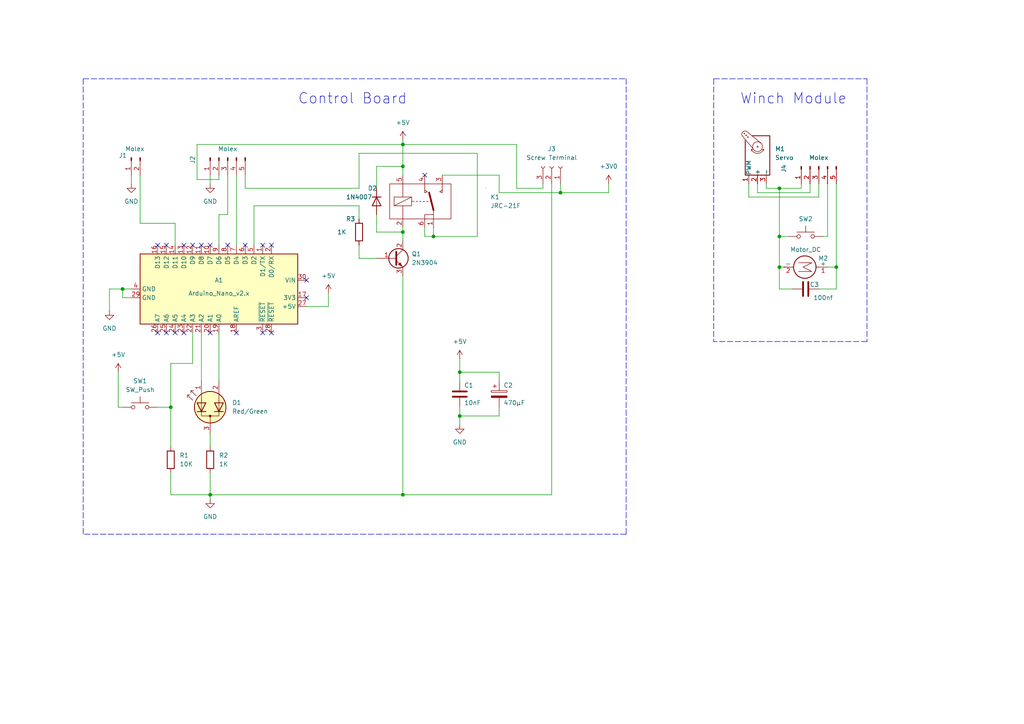
<source format=kicad_sch>
(kicad_sch (version 20211123) (generator eeschema)
  (paper "A4")
  (title_block (title "Anchor Winch Control Unit") (date "2023-02-20") (rev "2") (company "Design: Wesley Barnhoorn"))
  (lib_symbols
    (symbol "Connector:Conn_01x02_Male" (pin_names (offset 1.016) hide)
      (property "Reference" "J" (at 0 2.54 0))
      (property "Value" "Conn_01x02_Male" (at 0 -5.08 0))
      (symbol "Conn_01x02_Male_1_1"
        (polyline (pts (xy 1.27 -2.54) (xy 0.8636 -2.54)) (stroke (width 0.1524)))
        (polyline (pts (xy 1.27 0) (xy 0.8636 0)) (stroke (width 0.1524)))
        (rectangle (start 0.8636 -2.413) (end 0 -2.667) (stroke (width 0.1524)) (fill (type outline)))
        (rectangle (start 0.8636 0.127) (end 0 -0.127) (stroke (width 0.1524)) (fill (type outline)))
        (pin passive line (at 5.08 0 180) (length 3.81) (name "Pin_1") (number "1"))
        (pin passive line (at 5.08 -2.54 180) (length 3.81) (name "Pin_2") (number "2"))
      )
    )
    (symbol "Connector:Conn_01x03_Female" (pin_names (offset 1.016) hide)
      (property "Reference" "J" (at 0 5.08 0))
      (property "Value" "Conn_01x03_Female" (at 0 -5.08 0))
      (symbol "Conn_01x03_Female_1_1"
        (arc (start 0 -2.032) (mid -0.508 -2.54) (end 0 -3.048) (stroke (width 0.1524)))
        (polyline (pts (xy -1.27 -2.54) (xy -0.508 -2.54)) (stroke (width 0.1524)))
        (polyline (pts (xy -1.27 0) (xy -0.508 0)) (stroke (width 0.1524)))
        (polyline (pts (xy -1.27 2.54) (xy -0.508 2.54)) (stroke (width 0.1524)))
        (arc (start 0 0.508) (mid -0.508 0) (end 0 -0.508) (stroke (width 0.1524)))
        (arc (start 0 3.048) (mid -0.508 2.54) (end 0 2.032) (stroke (width 0.1524)))
        (pin passive line (at -5.08 2.54 0) (length 3.81) (name "Pin_1") (number "1"))
        (pin passive line (at -5.08 0 0) (length 3.81) (name "Pin_2") (number "2"))
        (pin passive line (at -5.08 -2.54 0) (length 3.81) (name "Pin_3") (number "3"))
      )
    )
    (symbol "Connector:Conn_01x05_Male" (pin_names (offset 1.016) hide)
      (property "Reference" "J" (at 0 7.62 0))
      (property "Value" "Conn_01x05_Male" (at 0 -7.62 0))
      (symbol "Conn_01x05_Male_1_1"
        (polyline (pts (xy 1.27 -5.08) (xy 0.8636 -5.08)) (stroke (width 0.1524)))
        (polyline (pts (xy 1.27 -2.54) (xy 0.8636 -2.54)) (stroke (width 0.1524)))
        (polyline (pts (xy 1.27 0) (xy 0.8636 0)) (stroke (width 0.1524)))
        (polyline (pts (xy 1.27 2.54) (xy 0.8636 2.54)) (stroke (width 0.1524)))
        (polyline (pts (xy 1.27 5.08) (xy 0.8636 5.08)) (stroke (width 0.1524)))
        (rectangle (start 0.8636 -4.953) (end 0 -5.207) (stroke (width 0.1524)) (fill (type outline)))
        (rectangle (start 0.8636 -2.413) (end 0 -2.667) (stroke (width 0.1524)) (fill (type outline)))
        (rectangle (start 0.8636 0.127) (end 0 -0.127) (stroke (width 0.1524)) (fill (type outline)))
        (rectangle (start 0.8636 2.667) (end 0 2.413) (stroke (width 0.1524)) (fill (type outline)))
        (rectangle (start 0.8636 5.207) (end 0 4.953) (stroke (width 0.1524)) (fill (type outline)))
        (pin passive line (at 5.08 5.08 180) (length 3.81) (name "Pin_1") (number "1"))
        (pin passive line (at 5.08 2.54 180) (length 3.81) (name "Pin_2") (number "2"))
        (pin passive line (at 5.08 0 180) (length 3.81) (name "Pin_3") (number "3"))
        (pin passive line (at 5.08 -2.54 180) (length 3.81) (name "Pin_4") (number "4"))
        (pin passive line (at 5.08 -5.08 180) (length 3.81) (name "Pin_5") (number "5"))
      )
    )
    (symbol "Device:C" (pin_numbers hide) (pin_names (offset 0.254))
      (property "Reference" "C" (at 0.635 2.54 0))
      (property "Value" "C" (at 0.635 -2.54 0))
      (symbol "C_0_1"
        (polyline (pts (xy -2.032 -0.762) (xy 2.032 -0.762)) (stroke (width 0.508)))
        (polyline (pts (xy -2.032 0.762) (xy 2.032 0.762)) (stroke (width 0.508)))
      )
      (symbol "C_1_1"
        (pin passive line (at 0 3.81 270) (length 2.794) (name "~") (number "1"))
        (pin passive line (at 0 -3.81 90) (length 2.794) (name "~") (number "2"))
      )
    )
    (symbol "Device:C_Polarized" (pin_numbers hide) (pin_names (offset 0.254))
      (property "Reference" "C" (at 0.635 2.54 0))
      (property "Value" "C_Polarized" (at 0.635 -2.54 0))
      (symbol "C_Polarized_0_1"
        (rectangle (start -2.286 0.508) (end 2.286 1.016))
        (polyline (pts (xy -1.778 2.286) (xy -0.762 2.286)))
        (polyline (pts (xy -1.27 2.794) (xy -1.27 1.778)))
        (rectangle (start 2.286 -0.508) (end -2.286 -1.016) (fill (type outline)))
      )
      (symbol "C_Polarized_1_1"
        (pin passive line (at 0 3.81 270) (length 2.794) (name "~") (number "1"))
        (pin passive line (at 0 -3.81 90) (length 2.794) (name "~") (number "2"))
      )
    )
    (symbol "Device:D" (pin_numbers hide) (pin_names (offset 1.016) hide)
      (property "Reference" "D" (at 0 2.54 0))
      (property "Value" "D" (at 0 -2.54 0))
      (symbol "D_0_1"
        (polyline (pts (xy -1.27 1.27) (xy -1.27 -1.27)) (stroke (width 0.254)))
        (polyline (pts (xy 1.27 0) (xy -1.27 0)))
        (polyline (pts (xy 1.27 1.27) (xy 1.27 -1.27) (xy -1.27 0) (xy 1.27 1.27)) (stroke (width 0.254)))
      )
      (symbol "D_1_1"
        (pin passive line (at -3.81 0 0) (length 2.54) (name "K") (number "1"))
        (pin passive line (at 3.81 0 180) (length 2.54) (name "A") (number "2"))
      )
    )
    (symbol "Device:LED_Dual_AAK" (pin_names (offset 0) hide)
      (property "Reference" "D" (at 0 5.715 0))
      (property "Value" "LED_Dual_AAK" (at 0 -6.35 0))
      (symbol "LED_Dual_AAK_0_1"
        (circle (center -2.54 0) (radius 0.2794) (fill (type outline)))
        (polyline (pts (xy -4.572 0) (xy -2.54 0)))
        (polyline (pts (xy -1.27 -1.27) (xy -1.27 -3.81)) (stroke (width 0.254)))
        (polyline (pts (xy -1.27 1.27) (xy -1.27 3.81)) (stroke (width 0.254)))
        (polyline (pts (xy 3.81 -2.54) (xy 1.905 -2.54)))
        (polyline (pts (xy 3.81 2.54) (xy 1.905 2.54)))
        (polyline (pts (xy 1.27 -3.81) (xy 1.27 -1.27) (xy -1.27 -2.54) (xy 1.27 -3.81)) (stroke (width 0.254)))
        (polyline (pts (xy 1.27 1.27) (xy 1.27 3.81) (xy -1.27 2.54) (xy 1.27 1.27)) (stroke (width 0.254)))
        (polyline (pts (xy 2.032 2.54) (xy -2.54 2.54) (xy -2.54 -2.54) (xy 2.032 -2.54)))
        (polyline (pts (xy 2.032 5.08) (xy 3.556 6.604) (xy 2.794 6.604) (xy 3.556 6.604) (xy 3.556 5.842)))
        (polyline (pts (xy 3.302 4.064) (xy 4.826 5.588) (xy 4.064 5.588) (xy 4.826 5.588) (xy 4.826 4.826)))
        (circle (center 0 0) (radius 4.572) (stroke (width 0.254)) (fill (type background)))
      )
      (symbol "LED_Dual_AAK_1_1"
        (pin input line (at 7.62 2.54 180) (length 3.81) (name "A1") (number "1"))
        (pin input line (at 7.62 -2.54 180) (length 3.81) (name "A2") (number "2"))
        (pin input line (at -7.62 0 0) (length 3.048) (name "K") (number "3"))
      )
    )
    (symbol "Device:Q_NPN_BCE" (pin_names (offset 0) hide)
      (property "Reference" "Q" (at 5.08 1.27 0))
      (property "Value" "Q_NPN_BCE" (at 5.08 -1.27 0))
      (symbol "Q_NPN_BCE_0_1"
        (polyline (pts (xy 0.635 0.635) (xy 2.54 2.54)))
        (polyline (pts (xy 0.635 -0.635) (xy 2.54 -2.54) (xy 2.54 -2.54)))
        (polyline (pts (xy 0.635 1.905) (xy 0.635 -1.905) (xy 0.635 -1.905)) (stroke (width 0.508)))
        (polyline (pts (xy 1.27 -1.778) (xy 1.778 -1.27) (xy 2.286 -2.286) (xy 1.27 -1.778) (xy 1.27 -1.778)) (fill (type outline)))
        (circle (center 1.27 0) (radius 2.8194) (stroke (width 0.254)))
      )
      (symbol "Q_NPN_BCE_1_1"
        (pin input line (at -5.08 0 0) (length 5.715) (name "B") (number "1"))
        (pin passive line (at 2.54 5.08 270) (length 2.54) (name "C") (number "2"))
        (pin passive line (at 2.54 -5.08 90) (length 2.54) (name "E") (number "3"))
      )
    )
    (symbol "Device:R" (pin_numbers hide) (pin_names (offset 0))
      (property "Reference" "R" (at 2.032 0 90))
      (property "Value" "R" (at 0 0 90))
      (symbol "R_0_1"
        (rectangle (start -1.016 -2.54) (end 1.016 2.54) (stroke (width 0.254)))
      )
      (symbol "R_1_1"
        (pin passive line (at 0 3.81 270) (length 1.27) (name "~") (number "1"))
        (pin passive line (at 0 -3.81 90) (length 1.27) (name "~") (number "2"))
      )
    )
    (symbol "MCU_Module:Arduino_Nano_v2.x"
      (property "Reference" "A" (at -10.16 23.495 0))
      (property "Value" "Arduino_Nano_v2.x" (at 5.08 -24.13 0))
      (symbol "Arduino_Nano_v2.x_0_1"
        (rectangle (start -10.16 22.86) (end 10.16 -22.86) (stroke (width 0.254)) (fill (type background)))
      )
      (symbol "Arduino_Nano_v2.x_1_1"
        (pin bidirectional line (at -12.7 12.7 0) (length 2.54) (name "D1/TX") (number "1"))
        (pin bidirectional line (at -12.7 -2.54 0) (length 2.54) (name "D7") (number "10"))
        (pin bidirectional line (at -12.7 -5.08 0) (length 2.54) (name "D8") (number "11"))
        (pin bidirectional line (at -12.7 -7.62 0) (length 2.54) (name "D9") (number "12"))
        (pin bidirectional line (at -12.7 -10.16 0) (length 2.54) (name "D10") (number "13"))
        (pin bidirectional line (at -12.7 -12.7 0) (length 2.54) (name "D11") (number "14"))
        (pin bidirectional line (at -12.7 -15.24 0) (length 2.54) (name "D12") (number "15"))
        (pin bidirectional line (at -12.7 -17.78 0) (length 2.54) (name "D13") (number "16"))
        (pin power_out line (at 2.54 25.4 270) (length 2.54) (name "3V3") (number "17"))
        (pin input line (at 12.7 5.08 180) (length 2.54) (name "AREF") (number "18"))
        (pin bidirectional line (at 12.7 0 180) (length 2.54) (name "A0") (number "19"))
        (pin bidirectional line (at -12.7 15.24 0) (length 2.54) (name "D0/RX") (number "2"))
        (pin bidirectional line (at 12.7 -2.54 180) (length 2.54) (name "A1") (number "20"))
        (pin bidirectional line (at 12.7 -5.08 180) (length 2.54) (name "A2") (number "21"))
        (pin bidirectional line (at 12.7 -7.62 180) (length 2.54) (name "A3") (number "22"))
        (pin bidirectional line (at 12.7 -10.16 180) (length 2.54) (name "A4") (number "23"))
        (pin bidirectional line (at 12.7 -12.7 180) (length 2.54) (name "A5") (number "24"))
        (pin bidirectional line (at 12.7 -15.24 180) (length 2.54) (name "A6") (number "25"))
        (pin bidirectional line (at 12.7 -17.78 180) (length 2.54) (name "A7") (number "26"))
        (pin power_out line (at 5.08 25.4 270) (length 2.54) (name "+5V") (number "27"))
        (pin input line (at 12.7 15.24 180) (length 2.54) (name "~{RESET}") (number "28"))
        (pin power_in line (at 2.54 -25.4 90) (length 2.54) (name "GND") (number "29"))
        (pin input line (at 12.7 12.7 180) (length 2.54) (name "~{RESET}") (number "3"))
        (pin power_in line (at -2.54 25.4 270) (length 2.54) (name "VIN") (number "30"))
        (pin power_in line (at 0 -25.4 90) (length 2.54) (name "GND") (number "4"))
        (pin bidirectional line (at -12.7 10.16 0) (length 2.54) (name "D2") (number "5"))
        (pin bidirectional line (at -12.7 7.62 0) (length 2.54) (name "D3") (number "6"))
        (pin bidirectional line (at -12.7 5.08 0) (length 2.54) (name "D4") (number "7"))
        (pin bidirectional line (at -12.7 2.54 0) (length 2.54) (name "D5") (number "8"))
        (pin bidirectional line (at -12.7 0 0) (length 2.54) (name "D6") (number "9"))
      )
    )
    (symbol "Motor:Motor_DC" (pin_names (offset 0))
      (property "Reference" "M" (at 2.54 2.54 0))
      (property "Value" "Motor_DC" (at 2.54 -5.08 0))
      (symbol "Motor_DC_0_0"
        (polyline (pts (xy -1.27 -3.302) (xy -1.27 0.508) (xy 0 -2.032) (xy 1.27 0.508) (xy 1.27 -3.302)))
      )
      (symbol "Motor_DC_0_1"
        (circle (center 0 -1.524) (radius 3.2512) (stroke (width 0.254)))
        (polyline (pts (xy 0 -7.62) (xy 0 -7.112)))
        (polyline (pts (xy 0 -4.7752) (xy 0 -5.1816)))
        (polyline (pts (xy 0 1.7272) (xy 0 2.0828)))
        (polyline (pts (xy 0 2.032) (xy 0 2.54)))
      )
      (symbol "Motor_DC_1_1"
        (pin passive line (at 0 5.08 270) (length 2.54) (name "+") (number "1"))
        (pin passive line (at 0 -7.62 90) (length 2.54) (name "-") (number "2"))
      )
    )
    (symbol "Motor:Motor_Servo_Grapner_JR" (pin_names (offset 0.0254))
      (property "Reference" "M" (at -5.08 4.445 0))
      (property "Value" "Motor_Servo_Grapner_JR" (at -5.08 -4.064 0))
      (symbol "Motor_Servo_Grapner_JR_0_1"
        (polyline (pts (xy 2.413 -1.778) (xy 2.032 -1.778)))
        (polyline (pts (xy 2.413 -1.778) (xy 2.286 -1.397)))
        (polyline (pts (xy 2.413 1.778) (xy 1.905 1.778)))
        (polyline (pts (xy 2.413 1.778) (xy 2.286 1.397)))
        (polyline (pts (xy 6.35 4.445) (xy 2.54 1.27)))
        (polyline (pts (xy 7.62 3.175) (xy 4.191 -1.016)))
        (polyline (pts (xy 5.08 3.556) (xy -5.08 3.556) (xy -5.08 -3.556) (xy 6.35 -3.556) (xy 6.35 1.524)) (stroke (width 0.254)))
        (arc (start 2.413 1.778) (mid 1.2406 0) (end 2.413 -1.778))
        (circle (center 3.175 0) (radius 0.1778))
        (circle (center 3.175 0) (radius 1.4224))
        (circle (center 5.969 2.794) (radius 0.127))
        (circle (center 6.477 3.302) (radius 0.127))
        (circle (center 6.985 3.81) (radius 0.127))
        (arc (start 7.62 3.175) (mid 7.4485 4.2735) (end 6.35 4.445))
      )
      (symbol "Motor_Servo_Grapner_JR_1_1"
        (pin passive line (at -7.62 2.54 0) (length 2.54) (name "PWM") (number "1"))
        (pin passive line (at -7.62 0 0) (length 2.54) (name "+") (number "2"))
        (pin passive line (at -7.62 -2.54 0) (length 2.54) (name "-") (number "3"))
      )
    )
    (symbol "Switch:SW_Push" (pin_numbers hide) (pin_names (offset 1.016) hide)
      (property "Reference" "SW" (at 1.27 2.54 0))
      (property "Value" "SW_Push" (at 0 -1.524 0))
      (symbol "SW_Push_0_1"
        (circle (center -2.032 0) (radius 0.508))
        (polyline (pts (xy 0 1.27) (xy 0 3.048)))
        (polyline (pts (xy 2.54 1.27) (xy -2.54 1.27)))
        (circle (center 2.032 0) (radius 0.508))
        (pin passive line (at -5.08 0 0) (length 2.54) (name "1") (number "1"))
        (pin passive line (at 5.08 0 180) (length 2.54) (name "2") (number "2"))
      )
    )
    (symbol "power:+3V0" (power) (pin_names (offset 0))
      (property "Value" "+3V0" (at 0 3.556 0))
      (symbol "+3V0_0_1"
        (polyline (pts (xy -0.762 1.27) (xy 0 2.54)))
        (polyline (pts (xy 0 0) (xy 0 2.54)))
        (polyline (pts (xy 0 2.54) (xy 0.762 1.27)))
      )
      (symbol "+3V0_1_1"
        (pin power_in line (at 0 0 90) (length 0) hide (name "+3V0") (number "1"))
      )
    )
    (symbol "power:+5V" (power) (pin_names (offset 0))
      (property "Value" "+5V" (at 0 3.556 0))
      (symbol "+5V_0_1"
        (polyline (pts (xy -0.762 1.27) (xy 0 2.54)))
        (polyline (pts (xy 0 0) (xy 0 2.54)))
        (polyline (pts (xy 0 2.54) (xy 0.762 1.27)))
      )
      (symbol "+5V_1_1"
        (pin power_in line (at 0 0 90) (length 0) hide (name "+5V") (number "1"))
      )
    )
    (symbol "power:GND" (power) (pin_names (offset 0))
      (property "Value" "GND" (at 0 -3.81 0))
      (symbol "GND_0_1"
        (polyline (pts (xy 0 0) (xy 0 -1.27) (xy 1.27 -1.27) (xy 0 -2.54) (xy -1.27 -1.27) (xy 0 -1.27)))
      )
      (symbol "GND_1_1"
        (pin power_in line (at 0 0 270) (length 0) hide (name "GND") (number "1"))
      )
    )
    (symbol "usr_Relay:JRC-21F"
      (property "Reference" "K" (at 17.78 2.54 0))
      (property "Value" "JRC-21F" (at 17.78 -2.54 0))
      (symbol "JRC-21F_0_1"
        (rectangle (start -6.35 5.08) (end 11.43 -5.08))
        (rectangle (start -5.08 -1.27) (end 0 1.27))
        (polyline (pts (xy -5.08 -1.27) (xy 0 1.27)))
        (polyline (pts (xy -2.54 -5.08) (xy -2.54 -1.27)))
        (polyline (pts (xy -2.54 5.08) (xy -2.54 1.27)))
        (polyline (pts (xy 1.27 0) (xy 1.778 0)))
        (polyline (pts (xy 2.286 0) (xy 2.286 0)))
        (polyline (pts (xy 2.286 0) (xy 2.794 0)))
        (polyline (pts (xy 3.302 0) (xy 3.81 0)))
        (polyline (pts (xy 3.81 5.08) (xy 3.81 2.54)))
        (polyline (pts (xy 4.318 0) (xy 4.826 0)))
        (polyline (pts (xy 5.334 0) (xy 5.588 0)))
        (polyline (pts (xy 6.35 -5.08) (xy 6.35 -2.54)))
        (polyline (pts (xy 6.35 -2.54) (xy 5.08 2.54)) (stroke (width 0.5)))
        (polyline (pts (xy 8.89 5.08) (xy 8.89 2.54)))
        (polyline (pts (xy 0 0) (xy 0.508 0) (xy 0.762 0)))
        (polyline (pts (xy 3.81 -5.08) (xy 3.81 -3.81) (xy 6.35 -3.81)))
        (polyline (pts (xy 3.81 2.54) (xy 4.572 2.794) (xy 3.81 3.302)))
        (polyline (pts (xy 8.89 2.54) (xy 8.128 2.794) (xy 8.89 3.302)))
        (rectangle (start 21.59 3.81) (end 21.59 3.81))
      )
      (symbol "JRC-21F_1_1"
        (pin input line (at 6.35 -7.62 90) (length 2.54) (name "") (number "1"))
        (pin input line (at -2.54 -7.62 90) (length 2.54) (name "") (number "2"))
        (pin input line (at 8.89 7.62 270) (length 2.54) (name "") (number "3"))
        (pin input line (at 3.81 7.62 270) (length 2.54) (name "") (number "4"))
        (pin input line (at -2.54 7.62 270) (length 2.54) (name "") (number "5"))
        (pin input line (at 3.81 -7.62 90) (length 2.54) (name "") (number "6"))
      )
    )
  )
  (junction (at 116.84 143.51))
  (junction (at 226.06 77.47))
  (junction (at 162.56 55.88))
  (junction (at 125.73 68.58))
  (junction (at 116.84 41.91))
  (junction (at 133.35 120.65))
  (junction (at 242.57 77.47))
  (junction (at 60.96 143.51))
  (junction (at 116.84 67.31))
  (junction (at 226.06 54.61))
  (junction (at 133.35 107.95))
  (junction (at 35.56 83.82))
  (junction (at 226.06 68.58))
  (junction (at 116.84 48.26))
  (junction (at 49.53 118.11))
  (no_connect (at 88.9 86.36))
  (no_connect (at 48.26 71.12))
  (no_connect (at 76.2 71.12))
  (no_connect (at 45.72 71.12))
  (no_connect (at 88.9 81.28))
  (no_connect (at 58.42 71.12))
  (no_connect (at 45.72 96.52))
  (no_connect (at 60.96 71.12))
  (no_connect (at 60.96 96.52))
  (no_connect (at 55.88 71.12))
  (no_connect (at 78.74 96.52))
  (no_connect (at 48.26 96.52))
  (no_connect (at 78.74 71.12))
  (no_connect (at 53.34 96.52))
  (no_connect (at 71.12 71.12))
  (no_connect (at 66.04 71.12))
  (no_connect (at 76.2 96.52))
  (no_connect (at 68.58 96.52))
  (no_connect (at 53.34 71.12))
  (no_connect (at 123.19 50.8))
  (no_connect (at 50.8 96.52))
  (wire (pts (xy 157.48 53.34) (xy 157.48 54.61)))
  (wire (pts (xy 237.49 53.34) (xy 237.49 57.15)))
  (wire (pts (xy 238.76 68.58) (xy 240.03 68.58)))
  (wire (pts (xy 144.78 120.65) (xy 133.35 120.65)))
  (wire (pts (xy 71.12 54.61) (xy 104.14 54.61)))
  (wire (pts (xy 144.78 55.88) (xy 162.56 55.88)))
  (wire (pts (xy 34.29 118.11) (xy 35.56 118.11)))
  (wire (pts (xy 60.96 50.8) (xy 60.96 53.34)))
  (wire (pts (xy 125.73 66.04) (xy 125.73 68.58)))
  (wire (pts (xy 242.57 77.47) (xy 242.57 83.82)))
  (wire (pts (xy 68.58 50.8) (xy 68.58 71.12)))
  (wire (pts (xy 104.14 44.45) (xy 138.43 44.45)))
  (wire (pts (xy 116.84 67.31) (xy 116.84 69.85)))
  (wire (pts (xy 133.35 120.65) (xy 133.35 123.19)))
  (wire (pts (xy 31.75 83.82) (xy 31.75 90.17)))
  (wire (pts (xy 123.19 66.04) (xy 123.19 68.58)))
  (wire (pts (xy 57.15 41.91) (xy 57.15 52.07)))
  (wire (pts (xy 144.78 118.11) (xy 144.78 120.65)))
  (wire (pts (xy 109.22 67.31) (xy 116.84 67.31)))
  (wire (pts (xy 133.35 107.95) (xy 133.35 110.49)))
  (wire (pts (xy 35.56 86.36) (xy 35.56 83.82)))
  (wire (pts (xy 73.66 59.69) (xy 73.66 71.12)))
  (wire (pts (xy 49.53 105.41) (xy 49.53 118.11)))
  (wire (pts (xy 49.53 143.51) (xy 60.96 143.51)))
  (wire (pts (xy 116.84 48.26) (xy 116.84 50.8)))
  (wire (pts (xy 63.5 62.23) (xy 66.04 62.23)))
  (wire (pts (xy 116.84 80.01) (xy 116.84 143.51)))
  (wire (pts (xy 63.5 96.52) (xy 63.5 110.49)))
  (polyline (pts (xy 181.61 22.86) (xy 181.61 154.94)))
  (wire (pts (xy 128.27 50.8) (xy 144.78 50.8)))
  (wire (pts (xy 116.84 40.64) (xy 116.84 41.91)))
  (wire (pts (xy 116.84 66.04) (xy 116.84 67.31)))
  (wire (pts (xy 219.71 55.88) (xy 219.71 53.34)))
  (wire (pts (xy 144.78 107.95) (xy 133.35 107.95)))
  (wire (pts (xy 162.56 55.88) (xy 176.53 55.88)))
  (wire (pts (xy 60.96 125.73) (xy 60.96 129.54)))
  (wire (pts (xy 234.95 53.34) (xy 234.95 55.88)))
  (wire (pts (xy 95.25 85.09) (xy 95.25 88.9)))
  (wire (pts (xy 35.56 83.82) (xy 31.75 83.82)))
  (wire (pts (xy 60.96 143.51) (xy 60.96 144.78)))
  (wire (pts (xy 63.5 71.12) (xy 63.5 62.23)))
  (wire (pts (xy 71.12 50.8) (xy 71.12 54.61)))
  (wire (pts (xy 109.22 62.23) (xy 109.22 67.31)))
  (wire (pts (xy 57.15 41.91) (xy 116.84 41.91)))
  (wire (pts (xy 226.06 68.58) (xy 228.6 68.58)))
  (wire (pts (xy 234.95 55.88) (xy 219.71 55.88)))
  (wire (pts (xy 242.57 53.34) (xy 242.57 77.47)))
  (wire (pts (xy 226.06 68.58) (xy 226.06 77.47)))
  (wire (pts (xy 232.41 54.61) (xy 226.06 54.61)))
  (wire (pts (xy 149.86 54.61) (xy 149.86 41.91)))
  (wire (pts (xy 138.43 44.45) (xy 138.43 68.58)))
  (wire (pts (xy 109.22 48.26) (xy 116.84 48.26)))
  (wire (pts (xy 237.49 57.15) (xy 217.17 57.15)))
  (wire (pts (xy 66.04 62.23) (xy 66.04 50.8)))
  (wire (pts (xy 133.35 118.11) (xy 133.35 120.65)))
  (wire (pts (xy 162.56 53.34) (xy 162.56 55.88)))
  (wire (pts (xy 50.8 71.12) (xy 50.8 64.77)))
  (wire (pts (xy 226.06 54.61) (xy 222.25 54.61)))
  (wire (pts (xy 123.19 68.58) (xy 125.73 68.58)))
  (polyline (pts (xy 251.46 22.86) (xy 251.46 99.06)))
  (wire (pts (xy 104.14 71.12) (xy 104.14 74.93)))
  (wire (pts (xy 222.25 54.61) (xy 222.25 53.34)))
  (wire (pts (xy 149.86 41.91) (xy 116.84 41.91)))
  (wire (pts (xy 55.88 105.41) (xy 49.53 105.41)))
  (polyline (pts (xy 251.46 99.06) (xy 207.01 99.06)))
  (wire (pts (xy 125.73 68.58) (xy 138.43 68.58)))
  (wire (pts (xy 217.17 57.15) (xy 217.17 53.34)))
  (wire (pts (xy 38.1 83.82) (xy 35.56 83.82)))
  (wire (pts (xy 63.5 52.07) (xy 63.5 50.8)))
  (polyline (pts (xy 207.01 22.86) (xy 207.01 99.06)))
  (wire (pts (xy 55.88 96.52) (xy 55.88 105.41)))
  (wire (pts (xy 229.87 83.82) (xy 226.06 83.82)))
  (wire (pts (xy 104.14 44.45) (xy 104.14 54.61)))
  (wire (pts (xy 95.25 88.9) (xy 88.9 88.9)))
  (wire (pts (xy 144.78 110.49) (xy 144.78 107.95)))
  (wire (pts (xy 104.14 63.5) (xy 104.14 59.69)))
  (wire (pts (xy 38.1 50.8) (xy 38.1 53.34)))
  (wire (pts (xy 49.53 118.11) (xy 49.53 129.54)))
  (wire (pts (xy 242.57 83.82) (xy 237.49 83.82)))
  (wire (pts (xy 144.78 50.8) (xy 144.78 55.88)))
  (wire (pts (xy 176.53 53.34) (xy 176.53 55.88)))
  (polyline (pts (xy 24.13 22.86) (xy 181.61 22.86)))
  (wire (pts (xy 34.29 107.95) (xy 34.29 118.11)))
  (wire (pts (xy 50.8 64.77) (xy 40.64 64.77)))
  (wire (pts (xy 57.15 52.07) (xy 63.5 52.07)))
  (wire (pts (xy 226.06 54.61) (xy 226.06 68.58)))
  (wire (pts (xy 133.35 104.14) (xy 133.35 107.95)))
  (wire (pts (xy 116.84 143.51) (xy 60.96 143.51)))
  (wire (pts (xy 38.1 86.36) (xy 35.56 86.36)))
  (polyline (pts (xy 24.13 22.86) (xy 24.13 154.94)))
  (wire (pts (xy 240.03 53.34) (xy 240.03 68.58)))
  (wire (pts (xy 104.14 59.69) (xy 73.66 59.69)))
  (wire (pts (xy 109.22 54.61) (xy 109.22 48.26)))
  (wire (pts (xy 157.48 54.61) (xy 149.86 54.61)))
  (wire (pts (xy 116.84 41.91) (xy 116.84 48.26)))
  (wire (pts (xy 226.06 77.47) (xy 227.33 77.47)))
  (wire (pts (xy 40.64 50.8) (xy 40.64 64.77)))
  (wire (pts (xy 49.53 137.16) (xy 49.53 143.51)))
  (wire (pts (xy 58.42 96.52) (xy 58.42 110.49)))
  (wire (pts (xy 160.02 53.34) (xy 160.02 143.51)))
  (wire (pts (xy 226.06 83.82) (xy 226.06 77.47)))
  (wire (pts (xy 60.96 137.16) (xy 60.96 143.51)))
  (wire (pts (xy 45.72 118.11) (xy 49.53 118.11)))
  (wire (pts (xy 240.03 77.47) (xy 242.57 77.47)))
  (polyline (pts (xy 207.01 22.86) (xy 251.46 22.86)))
  (wire (pts (xy 232.41 53.34) (xy 232.41 54.61)))
  (wire (pts (xy 109.22 74.93) (xy 104.14 74.93)))
  (polyline (pts (xy 181.61 154.94) (xy 24.13 154.94)))
  (wire (pts (xy 116.84 143.51) (xy 160.02 143.51)))
  (text "Winch Module" (at 214.63 30.48 0) (effects (font (size 3 3)) (justify left bottom)))
  (text "Control Board" (at 86.36 30.48 0) (effects (font (size 3 3)) (justify left bottom)))
  (symbol (lib_id "Device:LED_Dual_AAK") (at 60.96 118.11 90) (unit 1)
    (property "Reference" "D1" (at 67.31 116.7764 90) (effects (justify right)))
    (property "Value" "Red/Green" (at 67.31 119.3164 90) (effects (justify right)))
    (property "Footprint" "LED_THT:LED_D5.0mm-3" (effects hide))
  )
  (symbol (lib_id "power:GND") (at 38.1 53.34 0) (unit 1)
    (property "Reference" "#PWR03" (effects hide))
    (property "Value" "GND" (at 38.1 58.42 0))
  )
  (symbol (lib_id "Device:R") (at 104.14 67.31 0) (unit 1)
    (property "Reference" "R3" (at 100.33 63.5 0) (effects (justify left)))
    (property "Value" "1K" (at 97.79 67.31 0) (effects (justify left)))
    (property "Footprint" "Resistor_THT:R_Axial_DIN0204_L3.6mm_D1.6mm_P5.08mm_Horizontal" (effects hide))
  )
  (symbol (lib_id "Device:D") (at 109.22 58.42 270) (unit 1)
    (property "Reference" "D2" (at 106.68 54.61 90) (effects (justify left)))
    (property "Value" "1N4007" (at 100.33 57.15 90) (effects (justify left)))
    (property "Footprint" "Diode_THT:D_T-1_P5.08mm_Horizontal" (effects hide))
  )
  (symbol (lib_id "Device:C_Polarized") (at 144.78 114.3 0) (unit 1)
    (property "Reference" "C2" (at 146.05 111.76 0) (effects (justify left)))
    (property "Value" "470µF" (at 146.05 116.84 0) (effects (justify left)))
    (property "Footprint" "Capacitor_THT:CP_Radial_D8.0mm_P3.80mm" (effects hide))
  )
  (symbol (lib_id "Motor:Motor_DC") (at 234.95 77.47 270) (unit 1) (on_board no)
    (property "Reference" "M2" (at 238.76 74.93 90))
    (property "Value" "Motor_DC" (at 233.68 72.39 90))
  )
  (symbol (lib_id "power:GND") (at 31.75 90.17 0) (unit 1)
    (property "Reference" "#PWR01" (effects hide))
    (property "Value" "GND" (at 31.75 95.25 0))
  )
  (symbol (lib_id "Device:R") (at 49.53 133.35 0) (unit 1)
    (property "Reference" "R1" (at 52.07 132.0799 0) (effects (justify left)))
    (property "Value" "10K" (at 52.07 134.6199 0) (effects (justify left)))
    (property "Footprint" "Resistor_THT:R_Axial_DIN0204_L3.6mm_D1.6mm_P5.08mm_Horizontal" (effects hide))
  )
  (symbol (lib_id "MCU_Module:Arduino_Nano_v2.x") (at 63.5 83.82 270) (unit 1)
    (property "Reference" "A1" (at 63.5 81.28 90))
    (property "Value" "Arduino_Nano_v2.x" (at 63.5 85.09 90))
    (property "Footprint" "Module:Arduino_Nano" (effects hide))
    (property "Datasheet" "https://www.arduino.cc/en/uploads/Main/ArduinoNanoManual23.pdf" (effects hide))
  )
  (symbol (lib_id "Device:R") (at 60.96 133.35 180) (unit 1)
    (property "Reference" "R2" (at 63.5 132.0799 0) (effects (justify right)))
    (property "Value" "1K" (at 63.5 134.6199 0) (effects (justify right)))
    (property "Footprint" "Resistor_THT:R_Axial_DIN0204_L3.6mm_D1.6mm_P5.08mm_Horizontal" (effects hide))
  )
  (symbol (lib_id "power:GND") (at 60.96 144.78 0) (unit 1)
    (property "Reference" "#PWR05" (effects hide))
    (property "Value" "GND" (at 60.96 149.86 0))
  )
  (symbol (lib_id "power:+5V") (at 95.25 85.09 0) (unit 1)
    (property "Reference" "#PWR06" (effects hide))
    (property "Value" "+5V" (at 95.25 80.01 0))
  )
  (symbol (lib_id "power:+5V") (at 116.84 40.64 0) (unit 1)
    (property "Reference" "#PWR07" (effects hide))
    (property "Value" "+5V" (at 116.84 35.56 0))
  )
  (symbol (lib_id "power:+3V0") (at 176.53 53.34 0) (unit 1)
    (property "Reference" "#PWR010" (effects hide))
    (property "Value" "+3V0" (at 176.53 48.26 0))
  )
  (symbol (lib_id "Device:C") (at 133.35 114.3 0) (unit 1)
    (property "Reference" "C1" (at 134.62 111.76 0) (effects (justify left)))
    (property "Value" "10nF" (at 134.62 116.84 0) (effects (justify left)))
    (property "Footprint" "Capacitor_THT:C_Disc_D3.0mm_W2.0mm_P2.50mm" (effects hide))
  )
  (symbol (lib_id "Motor:Motor_Servo_Grapner_JR") (at 219.71 45.72 90) (unit 1) (on_board no)
    (property "Reference" "M1" (at 224.79 43.191 90) (effects (justify right)))
    (property "Value" "Servo" (at 224.79 45.731 90) (effects (justify right)))
    (property "Datasheet" "http://forums.parallax.com/uploads/attachments/46831/74481.png" (effects hide))
  )
  (symbol (lib_id "power:GND") (at 60.96 53.34 0) (unit 1)
    (property "Reference" "#PWR04" (effects hide))
    (property "Value" "GND" (at 60.96 58.42 0))
  )
  (symbol (lib_id "Switch:SW_Push") (at 40.64 118.11 0) (unit 1)
    (property "Reference" "SW1" (at 40.64 110.49 0))
    (property "Value" "SW_Push" (at 40.64 113.03 0))
    (property "Footprint" "Button_Switch_THT:SW_PUSH_6mm" (effects hide))
  )
  (symbol (lib_id "Device:Q_NPN_BCE") (at 114.3 74.93 0) (unit 1)
    (property "Reference" "Q1" (at 119.38 73.6599 0) (effects (justify left)))
    (property "Value" "2N3904" (at 119.38 76.1999 0) (effects (justify left)))
    (property "Footprint" "Package_TO_SOT_THT:TO-92" (effects hide))
  )
  (symbol (lib_id "Connector:Conn_01x05_Male") (at 237.49 48.26 90) (mirror x) (unit 1) (on_board no)
    (property "Reference" "J4" (at 227.33 48.895 0))
    (property "Value" "Molex" (at 237.49 45.72 90))
    (property "Footprint" "Connector_Molex:Molex_KK-254_AE-6410-05A_1x05_P2.54mm_Vertical" (effects hide))
  )
  (symbol (lib_id "Device:C") (at 233.68 83.82 90) (unit 1) (on_board no)
    (property "Reference" "C3" (at 236.22 82.55 90))
    (property "Value" "100nf" (at 238.76 86.36 90))
  )
  (symbol (lib_id "Connector:Conn_01x03_Female") (at 160.02 48.26 270) (mirror x) (unit 1)
    (property "Reference" "J3" (at 160.02 43.18 90))
    (property "Value" "Screw Terminal" (at 160.02 45.72 90))
    (property "Footprint" "Connector_Phoenix_MC_HighVoltage:PhoenixContact_MCV_1,5_3-G-5.08_1x03_P5.08mm_Vertical" (effects hide))
  )
  (symbol (lib_id "power:+5V") (at 133.35 104.14 0) (unit 1)
    (property "Reference" "#PWR08" (effects hide))
    (property "Value" "+5V" (at 133.35 99.06 0))
  )
  (symbol (lib_id "power:GND") (at 133.35 123.19 0) (unit 1)
    (property "Reference" "#PWR09" (effects hide))
    (property "Value" "GND" (at 133.35 128.27 0))
  )
  (symbol (lib_id "usr_Relay:JRC-21F") (at 119.38 58.42 0) (unit 1)
    (property "Reference" "K1" (at 142.24 57.1499 0) (effects (justify left)))
    (property "Value" "JRC-21F" (at 142.24 59.6899 0) (effects (justify left)))
    (property "Footprint" "usr_Relay:JRC-21F" (effects hide))
  )
  (symbol (lib_id "power:+5V") (at 34.29 107.95 0) (unit 1)
    (property "Reference" "#PWR02" (effects hide))
    (property "Value" "+5V" (at 34.29 102.87 0))
  )
  (symbol (lib_id "Switch:SW_Push") (at 233.68 68.58 0) (unit 1) (on_board no)
    (property "Reference" "SW2" (at 233.68 63.5 0))
    (property "Value" "SW_Push" (effects hide))
  )
  (symbol (lib_id "Connector:Conn_01x05_Male") (at 66.04 45.72 90) (mirror x) (unit 1)
    (property "Reference" "J2" (at 55.88 46.355 0))
    (property "Value" "Molex" (at 66.04 43.18 90))
    (property "Footprint" "Connector_Molex:Molex_KK-254_AE-6410-05A_1x05_P2.54mm_Vertical" (effects hide))
  )
  (symbol (lib_id "Connector:Conn_01x02_Male") (at 38.1 45.72 90) (mirror x) (unit 1)
    (property "Reference" "J1" (at 36.83 45.0849 90) (effects (justify left)))
    (property "Value" "Molex" (at 41.91 43.18 90) (effects (justify left)))
    (property "Footprint" "Connector_Molex:Molex_KK-254_AE-6410-02A_1x02_P2.54mm_Vertical" (effects hide))
  )
)
</source>
